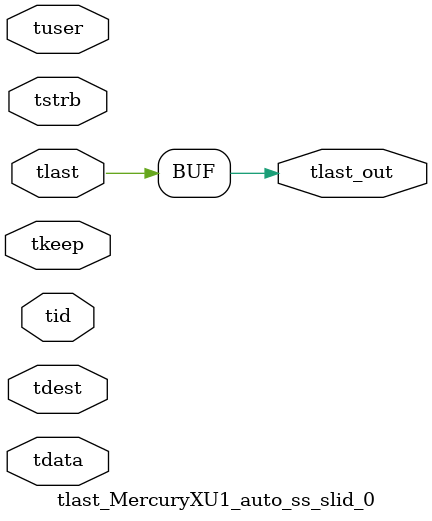
<source format=v>


`timescale 1ps/1ps

module tlast_MercuryXU1_auto_ss_slid_0 #
(
parameter C_S_AXIS_TID_WIDTH   = 1,
parameter C_S_AXIS_TUSER_WIDTH = 0,
parameter C_S_AXIS_TDATA_WIDTH = 0,
parameter C_S_AXIS_TDEST_WIDTH = 0
)
(
input  [(C_S_AXIS_TID_WIDTH   == 0 ? 1 : C_S_AXIS_TID_WIDTH)-1:0       ] tid,
input  [(C_S_AXIS_TDATA_WIDTH == 0 ? 1 : C_S_AXIS_TDATA_WIDTH)-1:0     ] tdata,
input  [(C_S_AXIS_TUSER_WIDTH == 0 ? 1 : C_S_AXIS_TUSER_WIDTH)-1:0     ] tuser,
input  [(C_S_AXIS_TDEST_WIDTH == 0 ? 1 : C_S_AXIS_TDEST_WIDTH)-1:0     ] tdest,
input  [(C_S_AXIS_TDATA_WIDTH/8)-1:0 ] tkeep,
input  [(C_S_AXIS_TDATA_WIDTH/8)-1:0 ] tstrb,
input  [0:0]                                                             tlast,
output                                                                   tlast_out
);

assign tlast_out = {tlast};

endmodule


</source>
